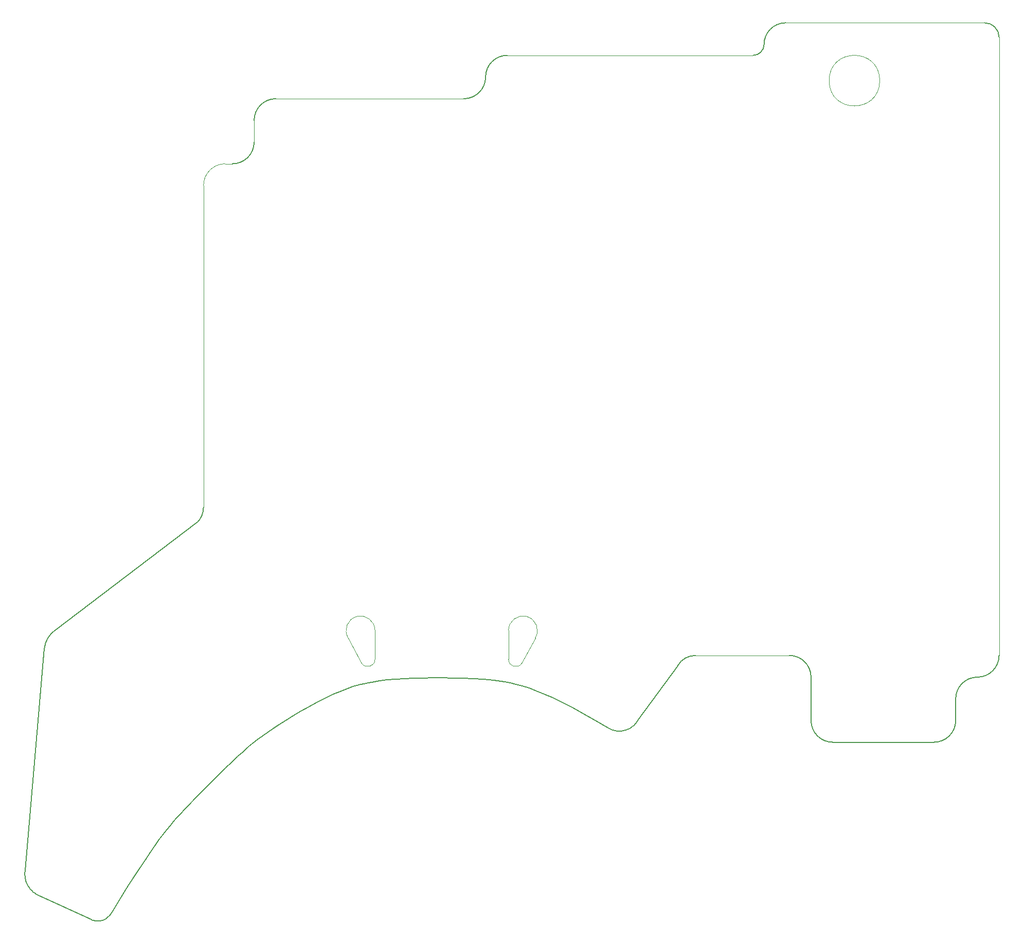
<source format=gm1>
G04 #@! TF.GenerationSoftware,KiCad,Pcbnew,7.0.2*
G04 #@! TF.CreationDate,2023-05-25T14:20:14+02:00*
G04 #@! TF.ProjectId,mykeeb_v7a3-base,6d796b65-6562-45f7-9637-61332d626173,rev?*
G04 #@! TF.SameCoordinates,Original*
G04 #@! TF.FileFunction,Profile,NP*
%FSLAX46Y46*%
G04 Gerber Fmt 4.6, Leading zero omitted, Abs format (unit mm)*
G04 Created by KiCad (PCBNEW 7.0.2) date 2023-05-25 14:20:14*
%MOMM*%
%LPD*%
G01*
G04 APERTURE LIST*
G04 #@! TA.AperFunction,Profile*
%ADD10C,0.160000*%
G04 #@! TD*
G04 #@! TA.AperFunction,Profile*
%ADD11C,0.159999*%
G04 #@! TD*
G04 #@! TA.AperFunction,Profile*
%ADD12C,0.100000*%
G04 #@! TD*
G04 APERTURE END LIST*
D10*
X214907913Y-138112591D02*
G75*
G03*
X218479791Y-134540738I-13J3571891D01*
G01*
D11*
X70355842Y-178260112D02*
X70480214Y-178243818D01*
X92164799Y-152078446D02*
X91130106Y-153066043D01*
D12*
X137717258Y-135187138D02*
G75*
G03*
X139898554Y-135847579I1190642J38D01*
G01*
D10*
X187523550Y-145256372D02*
G75*
G03*
X191095441Y-148828250I3571750J-128D01*
G01*
D11*
X154812968Y-146808060D02*
X154982560Y-146859929D01*
X59039834Y-173051675D02*
X59172802Y-173196079D01*
X157349389Y-146699728D02*
X157505654Y-146628258D01*
X122008504Y-138310623D02*
X120517897Y-138375560D01*
X70603449Y-178221650D02*
X70725333Y-178193687D01*
X146549000Y-142283818D02*
X145013108Y-141541987D01*
X59943113Y-173807164D02*
X60116411Y-173905068D01*
X69724429Y-178250797D02*
X69851271Y-178265020D01*
X155497653Y-146963081D02*
X155670435Y-146980253D01*
X97246643Y-147762816D02*
X96444987Y-148359099D01*
X77934936Y-168167141D02*
X77029526Y-169535893D01*
X123568889Y-138265459D02*
X122008504Y-138310623D01*
X93133799Y-151174563D02*
X92164799Y-152078446D01*
X106172280Y-142257489D02*
X104829101Y-142989163D01*
X155325209Y-146937358D02*
X155497653Y-146963081D01*
X116468251Y-138724461D02*
X115209850Y-138921375D01*
X131928960Y-138376955D02*
X130229054Y-138305801D01*
D12*
X198834542Y-39885971D02*
G75*
G03*
X198834542Y-39885971I-4167191J0D01*
G01*
D11*
X157807856Y-146462701D02*
X157953179Y-146368779D01*
X154314801Y-146598846D02*
X154478782Y-146677601D01*
X60116411Y-173905068D02*
X60295501Y-173994159D01*
X69220692Y-178129796D02*
X69345653Y-178169816D01*
X108877202Y-140924339D02*
X107528238Y-141563014D01*
X58156621Y-169923588D02*
X58128834Y-170117909D01*
D12*
X183356404Y-30360963D02*
X216098583Y-30360931D01*
D11*
X70480214Y-178243818D02*
X70603449Y-178221650D01*
X58797114Y-172743109D02*
X58914516Y-172900584D01*
D10*
X63103178Y-130373547D02*
X86464817Y-112658601D01*
D11*
X71522686Y-177842089D02*
X71626046Y-177770518D01*
X59313156Y-173333492D02*
X59460629Y-173463611D01*
X139977077Y-139559947D02*
X138936084Y-139264984D01*
X156528681Y-146940721D02*
X156697052Y-146908311D01*
X71726126Y-177693841D02*
X71822713Y-177612135D01*
X58687893Y-172579555D02*
X58797114Y-172743109D01*
D10*
X86464813Y-112658597D02*
G75*
G03*
X87511011Y-110132905I-2526113J2525897D01*
G01*
D11*
X155153409Y-146903001D02*
X155325209Y-146937358D01*
X76036294Y-171067668D02*
X74946665Y-172777019D01*
X99979601Y-145915866D02*
X98989529Y-146560967D01*
X110845054Y-140111058D02*
X110199400Y-140360065D01*
X74946665Y-172777019D02*
X73752060Y-174678501D01*
X80849915Y-164031269D02*
X80210015Y-164893476D01*
X71915590Y-177525478D02*
X72004546Y-177433945D01*
X58106216Y-170706335D02*
X58119081Y-170902963D01*
X71306984Y-177969609D02*
X71416261Y-177908478D01*
X154153304Y-146510966D02*
X154314801Y-146598846D01*
D10*
X177998587Y-35718810D02*
G75*
G03*
X179784510Y-33932791I-87J1786010D01*
G01*
D11*
X58128834Y-170117909D02*
X58111140Y-170313408D01*
X142297133Y-140372221D02*
X141093502Y-139925975D01*
X69096736Y-178083136D02*
X69220692Y-178129796D01*
X59460629Y-173463611D02*
X59614957Y-173586132D01*
X126843163Y-138239102D02*
X125185095Y-138241231D01*
X59614957Y-173586132D02*
X59775873Y-173700751D01*
X128529135Y-138260238D02*
X126843163Y-138239102D01*
D10*
X214907913Y-138112535D02*
G75*
G03*
X211336035Y-141684493I87J-3571965D01*
G01*
X61322092Y-133357219D02*
X58156621Y-169923588D01*
D11*
X59172802Y-173196079D02*
X59313156Y-173333492D01*
X70725333Y-178193687D02*
X70845651Y-178160003D01*
X58103585Y-170509683D02*
X58106216Y-170706335D01*
X72245733Y-177130864D02*
X72316854Y-177020598D01*
X58914516Y-172900584D02*
X59039834Y-173051675D01*
D10*
X159032591Y-145203960D02*
X165576014Y-136213637D01*
D11*
X94859148Y-149641229D02*
X94026123Y-150366611D01*
X69597736Y-178230239D02*
X69724429Y-178250797D01*
X158230739Y-146159059D02*
X158362361Y-146043425D01*
X73752060Y-174678501D02*
X72443902Y-176786670D01*
X150035457Y-144127147D02*
X148219191Y-143142486D01*
X156015786Y-146989273D02*
X156187742Y-146981284D01*
X81444882Y-163259311D02*
X80849915Y-164031269D01*
X103518471Y-143739438D02*
X102260163Y-144489714D01*
X158362361Y-146043425D02*
X158488804Y-145920718D01*
X72169831Y-177236561D02*
X72245733Y-177130864D01*
X156358809Y-146965073D02*
X156528681Y-146940721D01*
X82534322Y-161927929D02*
X82003492Y-162563050D01*
D10*
X187523662Y-138112616D02*
G75*
G03*
X183951717Y-134540738I-3571962J-84D01*
G01*
D11*
X156863615Y-146867925D02*
X157028063Y-146819644D01*
X58338134Y-171870614D02*
X58411975Y-172055450D01*
D10*
X191095441Y-148828250D02*
X207764205Y-148828297D01*
D11*
X158724924Y-145654413D02*
X158833988Y-145510979D01*
X71195071Y-178025403D02*
X71306984Y-177969609D01*
X72004546Y-177433945D02*
X72089364Y-177337614D01*
X154478782Y-146677601D02*
X154644940Y-146747311D01*
X130229054Y-138305801D02*
X128529135Y-138260238D01*
X58411975Y-172055450D02*
X58495058Y-172235422D01*
X107528238Y-141563014D02*
X106172280Y-142257489D01*
D12*
X115741014Y-130424634D02*
G75*
G03*
X111317854Y-131649780I-2381254J4D01*
G01*
D11*
X72316854Y-177020598D02*
X72382982Y-176905841D01*
D12*
X115741010Y-130424634D02*
X115741010Y-135187138D01*
D11*
X69851271Y-178265020D02*
X69978048Y-178272987D01*
D10*
X187523516Y-145256372D02*
X187523642Y-138112616D01*
D11*
X70845651Y-178160003D02*
X70964190Y-178120677D01*
D10*
X211336083Y-145256372D02*
X211336035Y-141684493D01*
D11*
X158488804Y-145920718D02*
X158609761Y-145791020D01*
X79516603Y-165860487D02*
X78761102Y-166946858D01*
X96444987Y-148359099D02*
X95657296Y-148978648D01*
X125185095Y-138241231D02*
X123568889Y-138265459D01*
D10*
X183356404Y-30361026D02*
G75*
G03*
X179784526Y-33932888I-104J-3571774D01*
G01*
D11*
X138936084Y-139264984D02*
X137958751Y-139031928D01*
X91130106Y-153066043D02*
X90047738Y-154118750D01*
X68974001Y-178029758D02*
X69096736Y-178083136D01*
X101073949Y-145221390D02*
X99979601Y-145915866D01*
X72382982Y-176905841D02*
X72443902Y-176786670D01*
X141093502Y-139925975D02*
X139977077Y-139559947D01*
X71822713Y-177612135D02*
X71915590Y-177525478D01*
X157505654Y-146628258D02*
X157658579Y-146549221D01*
X152009570Y-145246955D02*
X150035457Y-144127147D01*
X70104545Y-178274773D02*
X70230548Y-178270456D01*
X71080734Y-178075785D02*
X71195071Y-178025403D01*
X58219539Y-171488692D02*
X58273802Y-171681216D01*
X155670435Y-146980253D02*
X155843248Y-146988956D01*
X148219191Y-143142486D02*
X146549000Y-142283818D01*
X90047738Y-154118750D02*
X88935714Y-155217962D01*
X88935714Y-155217962D02*
X86694765Y-157481483D01*
D12*
X92273515Y-53578170D02*
X91082889Y-53578154D01*
D11*
X98989529Y-146560967D02*
X98086683Y-147170028D01*
X115209850Y-138921375D02*
X114588642Y-139040178D01*
X157658579Y-146549221D02*
X157807856Y-146462701D01*
X117761536Y-138574053D02*
X116468251Y-138724461D01*
D12*
X142140378Y-131649753D02*
G75*
G03*
X137717268Y-130424634I-2041878J1225153D01*
G01*
D11*
X114588642Y-139040178D02*
X113970049Y-139174094D01*
X58119081Y-170902963D02*
X58142225Y-171099165D01*
X133614897Y-138474864D02*
X131928960Y-138376955D01*
D12*
X137717268Y-135187138D02*
X137717268Y-130424634D01*
D11*
X113970049Y-139174094D02*
X113352035Y-139324286D01*
X158609761Y-145791020D02*
X158724924Y-145654413D01*
X80210015Y-164893476D02*
X79516603Y-165860487D01*
D12*
X91082889Y-53578111D02*
G75*
G03*
X87511011Y-57150032I11J-3571889D01*
G01*
D11*
X156697052Y-146908311D02*
X156863615Y-146867925D01*
X86694765Y-157481483D02*
X84551402Y-159707767D01*
X154153304Y-146511066D02*
X152009570Y-145246955D01*
D10*
X63103179Y-130373549D02*
G75*
G03*
X61322092Y-133357219I2330131J-3414401D01*
G01*
D11*
X70230548Y-178270456D02*
X70355842Y-178260112D01*
X83045951Y-161339395D02*
X82534322Y-161927929D01*
X83546956Y-160782893D02*
X83045951Y-161339395D01*
X84551402Y-159707767D02*
X83546956Y-160782893D01*
X155843248Y-146988956D02*
X156015786Y-146989273D01*
X154982560Y-146859929D02*
X155153409Y-146903001D01*
X157190090Y-146763551D02*
X157349389Y-146699728D01*
X112109600Y-139678146D02*
X111481109Y-139884140D01*
X157953179Y-146368779D02*
X158094242Y-146267538D01*
X111481109Y-139884140D02*
X110845054Y-140111058D01*
D12*
X183951717Y-134540738D02*
X168473579Y-134540738D01*
D11*
X154644940Y-146747311D02*
X154812968Y-146808060D01*
X94026123Y-150366611D02*
X93133799Y-151174563D01*
X59775873Y-173700751D02*
X59943113Y-173807164D01*
X72089364Y-177337614D02*
X72169831Y-177236561D01*
X102260163Y-144489714D02*
X101073949Y-145221390D01*
X145013108Y-141541987D02*
X143599744Y-140907840D01*
X109542883Y-140631740D02*
X108877202Y-140924339D01*
X137033303Y-138851627D02*
X135290970Y-138612667D01*
X60295501Y-173994159D02*
X68974001Y-178029758D01*
D12*
X99417271Y-42862489D02*
X130373547Y-42862630D01*
D11*
X120517897Y-138375560D02*
X119105990Y-138460853D01*
D10*
X168473579Y-134540686D02*
G75*
G03*
X165576015Y-136213637I21J-3345814D01*
G01*
D12*
X113559765Y-135847551D02*
G75*
G03*
X115741010Y-135187138I990635J660451D01*
G01*
D11*
X58495058Y-172235422D02*
X58587120Y-172410224D01*
X82003492Y-162563050D02*
X81444882Y-163259311D01*
D10*
X99417271Y-42862493D02*
G75*
G03*
X95845393Y-46434414I-71J-3571807D01*
G01*
D11*
X69471406Y-178203271D02*
X69597736Y-178230239D01*
D12*
X111317854Y-131649780D02*
X113559723Y-135847579D01*
D11*
X137958751Y-139031928D02*
X137033303Y-138851627D01*
X78761102Y-166946858D02*
X77934936Y-168167141D01*
D12*
X218479871Y-32742215D02*
X218479791Y-134540738D01*
D11*
X158094242Y-146267538D02*
X158230739Y-146159059D01*
X70964190Y-178120677D02*
X71080734Y-178075785D01*
X110199400Y-140360065D02*
X109542883Y-140631740D01*
X112732563Y-139491916D02*
X112109600Y-139678146D01*
X157028063Y-146819644D02*
X157190090Y-146763551D01*
X158833988Y-145510979D02*
X158936646Y-145360801D01*
X69978048Y-178272987D02*
X70104545Y-178274773D01*
X119105990Y-138460853D02*
X117761536Y-138574053D01*
X143599744Y-140907840D02*
X142297133Y-140372221D01*
D12*
X95845393Y-50006245D02*
X95845393Y-46434414D01*
D11*
X104829101Y-142989163D02*
X103518471Y-143739438D01*
X71416261Y-177908478D02*
X71522686Y-177842089D01*
D10*
X218479869Y-32742215D02*
G75*
G03*
X216098583Y-30360931I-2381269J15D01*
G01*
D11*
X69345653Y-178169816D02*
X69471406Y-178203271D01*
X58273802Y-171681216D02*
X58338134Y-171870614D01*
X156187742Y-146981284D02*
X156358809Y-146965073D01*
D10*
X137517303Y-35718725D02*
G75*
G03*
X133945425Y-39290705I-3J-3571875D01*
G01*
X92273515Y-53578093D02*
G75*
G03*
X95845393Y-50006245I85J3571793D01*
G01*
D11*
X158936646Y-145360801D02*
X159032591Y-145203960D01*
X113352035Y-139324286D02*
X112732563Y-139491916D01*
D10*
X130373547Y-42862625D02*
G75*
G03*
X133945425Y-39290705I153J3571725D01*
G01*
D11*
X135290970Y-138612667D02*
X133614897Y-138474864D01*
X77029526Y-169535893D02*
X76036294Y-171067668D01*
X58175695Y-171294542D02*
X58219539Y-171488692D01*
X58142225Y-171099165D02*
X58175695Y-171294542D01*
D12*
X137517303Y-35718780D02*
X177998587Y-35718780D01*
D10*
X207764205Y-148828283D02*
G75*
G03*
X211336083Y-145256372I95J3571783D01*
G01*
D11*
X58111140Y-170313408D02*
X58103585Y-170509683D01*
X58587120Y-172410224D02*
X58687893Y-172579555D01*
X95657296Y-148978648D02*
X94859148Y-149641229D01*
D12*
X87511011Y-57150032D02*
X87511011Y-110132905D01*
X139898555Y-135847579D02*
X142140424Y-131649780D01*
D11*
X71626046Y-177770518D02*
X71726126Y-177693841D01*
X98086683Y-147170028D02*
X97246643Y-147762816D01*
M02*

</source>
